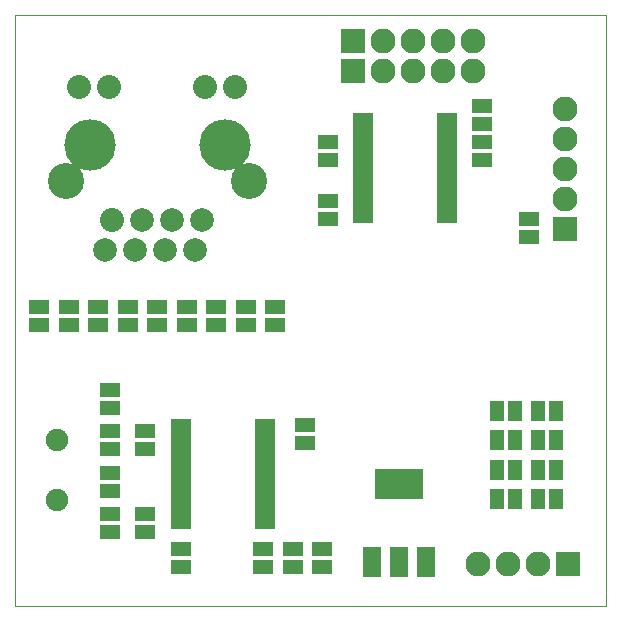
<source format=gts>
G04 (created by PCBNEW-RS274X (2012-apr-16-27)-stable) date dim. 09 juin 2013 19:20:32 CEST*
G01*
G70*
G90*
%MOIN*%
G04 Gerber Fmt 3.4, Leading zero omitted, Abs format*
%FSLAX34Y34*%
G04 APERTURE LIST*
%ADD10C,0.006000*%
%ADD11C,0.003900*%
%ADD12C,0.171600*%
%ADD13C,0.079100*%
%ADD14C,0.080000*%
%ADD15C,0.120000*%
%ADD16R,0.070000X0.036000*%
%ADD17R,0.164000X0.100000*%
%ADD18R,0.060000X0.100000*%
%ADD19R,0.065000X0.045000*%
%ADD20R,0.045000X0.065000*%
%ADD21C,0.083000*%
%ADD22R,0.083000X0.083000*%
%ADD23C,0.075000*%
G04 APERTURE END LIST*
G54D10*
G54D11*
X40944Y-54331D02*
X40944Y-34646D01*
X40945Y-54330D02*
X21260Y-54330D01*
X21260Y-34645D02*
X21260Y-54330D01*
X21260Y-34645D02*
X40945Y-34645D01*
G54D12*
X28234Y-38976D03*
X23734Y-38976D03*
G54D13*
X24234Y-42476D03*
G54D14*
X24484Y-41476D03*
G54D13*
X25234Y-42476D03*
X25484Y-41476D03*
X26234Y-42476D03*
X26484Y-41476D03*
X27234Y-42476D03*
G54D15*
X29033Y-40177D03*
X22935Y-40177D03*
G54D14*
X24376Y-37047D03*
X27592Y-37047D03*
X23376Y-37047D03*
X28592Y-37047D03*
G54D13*
X27484Y-41476D03*
G54D16*
X29565Y-51605D03*
X29565Y-51355D03*
X29565Y-51095D03*
X29565Y-50835D03*
X29565Y-50585D03*
X29565Y-50325D03*
X29565Y-50065D03*
X29565Y-49815D03*
X29565Y-49555D03*
X29565Y-49305D03*
X29565Y-49045D03*
X29565Y-48785D03*
X29565Y-48535D03*
X29565Y-48275D03*
X26765Y-48275D03*
X26765Y-48535D03*
X26765Y-48775D03*
X26765Y-49045D03*
X26765Y-49305D03*
X26765Y-49555D03*
X26765Y-49815D03*
X26765Y-50065D03*
X26765Y-50325D03*
X26765Y-50585D03*
X26765Y-50835D03*
X26765Y-51095D03*
X26765Y-51355D03*
X26765Y-51605D03*
X35652Y-41413D03*
X35652Y-41163D03*
X35652Y-40903D03*
X35652Y-40643D03*
X35652Y-40393D03*
X35652Y-40133D03*
X35652Y-39873D03*
X35652Y-39623D03*
X35652Y-39363D03*
X35652Y-39113D03*
X35652Y-38853D03*
X35652Y-38593D03*
X35652Y-38343D03*
X35652Y-38083D03*
X32852Y-38083D03*
X32852Y-38343D03*
X32852Y-38583D03*
X32852Y-38853D03*
X32852Y-39113D03*
X32852Y-39363D03*
X32852Y-39623D03*
X32852Y-39873D03*
X32852Y-40133D03*
X32852Y-40393D03*
X32852Y-40643D03*
X32852Y-40903D03*
X32852Y-41163D03*
X32852Y-41413D03*
G54D17*
X34055Y-50275D03*
G54D18*
X34055Y-52875D03*
X34955Y-52875D03*
X33155Y-52875D03*
G54D19*
X30906Y-48922D03*
X30906Y-48322D03*
X38386Y-42032D03*
X38386Y-41432D03*
G54D20*
X37899Y-47834D03*
X37299Y-47834D03*
G54D19*
X22047Y-44985D03*
X22047Y-44385D03*
X23031Y-44985D03*
X23031Y-44385D03*
X24016Y-44385D03*
X24016Y-44985D03*
X24409Y-49119D03*
X24409Y-48519D03*
X31693Y-39473D03*
X31693Y-38873D03*
X26772Y-52456D03*
X26772Y-53056D03*
X24409Y-51875D03*
X24409Y-51275D03*
X25591Y-51875D03*
X25591Y-51275D03*
X36811Y-38292D03*
X36811Y-37692D03*
X25591Y-49119D03*
X25591Y-48519D03*
X31693Y-41442D03*
X31693Y-40842D03*
X36811Y-38873D03*
X36811Y-39473D03*
X30512Y-53056D03*
X30512Y-52456D03*
X31496Y-52456D03*
X31496Y-53056D03*
X29921Y-44385D03*
X29921Y-44985D03*
X28937Y-44385D03*
X28937Y-44985D03*
G54D21*
X39567Y-40764D03*
X39567Y-39764D03*
G54D22*
X39567Y-41764D03*
G54D21*
X39567Y-38764D03*
X39567Y-37764D03*
X38689Y-52953D03*
X37689Y-52953D03*
G54D22*
X39689Y-52953D03*
G54D21*
X36689Y-52953D03*
G54D19*
X29528Y-53056D03*
X29528Y-52456D03*
X24409Y-47741D03*
X24409Y-47141D03*
X24409Y-50497D03*
X24409Y-49897D03*
X27953Y-44985D03*
X27953Y-44385D03*
X26969Y-44985D03*
X26969Y-44385D03*
X25984Y-44985D03*
X25984Y-44385D03*
X25000Y-44985D03*
X25000Y-44385D03*
G54D23*
X22638Y-50803D03*
X22638Y-48803D03*
G54D20*
X37299Y-50787D03*
X37899Y-50787D03*
X37299Y-49803D03*
X37899Y-49803D03*
X37299Y-48819D03*
X37899Y-48819D03*
G54D21*
X33500Y-35500D03*
X34500Y-35500D03*
G54D22*
X32500Y-35500D03*
G54D21*
X35500Y-35500D03*
X36500Y-35500D03*
X33500Y-36500D03*
X34500Y-36500D03*
G54D22*
X32500Y-36500D03*
G54D21*
X35500Y-36500D03*
X36500Y-36500D03*
G54D20*
X39276Y-47835D03*
X38676Y-47835D03*
X39276Y-50787D03*
X38676Y-50787D03*
X39276Y-48819D03*
X38676Y-48819D03*
X39276Y-49803D03*
X38676Y-49803D03*
M02*

</source>
